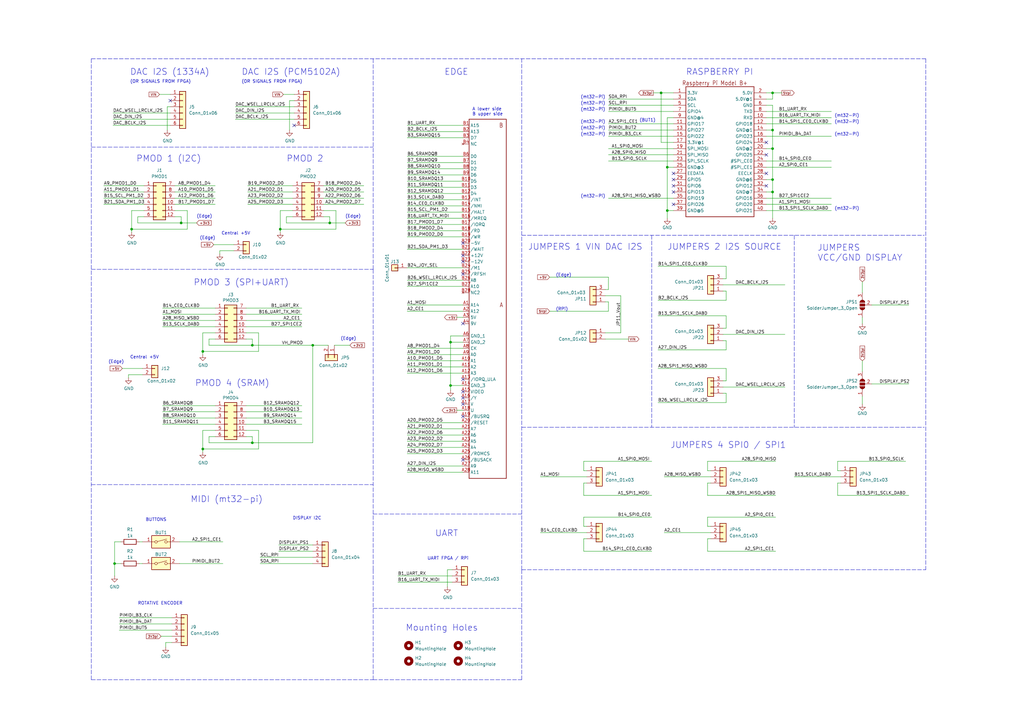
<source format=kicad_sch>
(kicad_sch (version 20211123) (generator eeschema)
  (paper "A3")
  (title_block (title "MIDI I2S SBC Pmod Edge Interface") (date "2022-02-12") (rev "${VERSION}") (company "Hard Team Deca") (comment 2 "2022 Somhic <@somhic at telegram>") (comment 3 "License: CC-BY-SA v4.0"))
  (junction (at 184.785 158.115))
  (junction (at 273.685 86.36))
  (junction (at 316.865 60.96))
  (junction (at 83.185 144.145))
  (junction (at 316.865 78.74))
  (junction (at 316.865 53.34))
  (junction (at 273.685 68.58))
  (junction (at 271.145 38.1))
  (junction (at 46.99 231.14))
  (junction (at 184.785 140.335))
  (junction (at 103.505 181.61))
  (junction (at 114.935 93.98))
  (junction (at 83.185 184.15))
  (junction (at 103.505 141.605))
  (junction (at 74.295 91.44))
  (junction (at 128.27 141.605))
  (junction (at 316.865 38.1))
  (junction (at 53.975 93.98))
  (junction (at 135.255 91.44))
  (junction (at 316.865 73.66))
  (no_connect (at 276.225 76.2))
  (no_connect (at 69.85 41.275))
  (no_connect (at 276.225 73.66))
  (no_connect (at 314.325 58.42))
  (no_connect (at 314.325 76.2))
  (no_connect (at 276.225 83.82))
  (no_connect (at 276.225 71.12))
  (no_connect (at 189.865 188.595))
  (no_connect (at 189.865 163.195))
  (no_connect (at 189.865 165.735))
  (no_connect (at 189.865 170.815))
  (no_connect (at 189.865 155.575))
  (no_connect (at 189.865 160.655))
  (no_connect (at 189.865 99.695))
  (no_connect (at 189.865 104.775))
  (no_connect (at 189.865 107.315))
  (no_connect (at 189.865 112.395))
  (no_connect (at 120.65 51.435))
  (no_connect (at 189.865 132.715))
  (no_connect (at 314.325 71.12))
  (no_connect (at 314.325 63.5))
  (no_connect (at 276.225 78.74))
  (wire (pts (xy 74.295 91.44) (xy 74.295 88.9)))
  (wire (pts (xy 249.555 40.64) (xy 276.225 40.64)))
  (wire (pts (xy 118.745 53.34) (xy 118.745 41.275)))
  (wire (pts (xy 314.325 60.96) (xy 316.865 60.96)))
  (wire (pts (xy 53.975 93.98) (xy 76.835 93.98)))
  (wire (pts (xy 314.325 53.34) (xy 316.865 53.34)))
  (wire (pts (xy 239.395 193.04) (xy 239.395 189.23)))
  (wire (pts (xy 167.005 79.375) (xy 189.865 79.375)))
  (wire (pts (xy 167.005 89.535) (xy 189.865 89.535)))
  (wire (pts (xy 272.415 218.44) (xy 291.465 218.44)))
  (wire (pts (xy 167.005 142.875) (xy 189.865 142.875)))
  (wire (pts (xy 167.005 180.975) (xy 189.865 180.975)))
  (wire (pts (xy 290.195 198.12) (xy 290.195 203.2)))
  (wire (pts (xy 117.475 88.9) (xy 117.475 91.44)))
  (wire (pts (xy 314.325 86.36) (xy 340.995 86.36)))
  (wire (pts (xy 163.195 236.22) (xy 185.42 236.22)))
  (wire (pts (xy 273.685 48.26) (xy 276.225 48.26)))
  (wire (pts (xy 239.395 215.9) (xy 239.395 212.09)))
  (wire (pts (xy 249.555 43.18) (xy 276.225 43.18)))
  (wire (pts (xy 135.255 91.44) (xy 141.605 91.44)))
  (wire (pts (xy 88.265 81.28) (xy 71.755 81.28)))
  (wire (pts (xy 167.005 66.675) (xy 189.865 66.675)))
  (wire (pts (xy 167.005 193.675) (xy 189.865 193.675)))
  (wire (pts (xy 117.475 88.9) (xy 120.015 88.9)))
  (polyline (pts (xy 153.035 233.68) (xy 153.035 153.67)))
  (wire (pts (xy 184.785 137.795) (xy 189.865 137.795)))
  (wire (pts (xy 66.675 168.91) (xy 88.265 168.91)))
  (wire (pts (xy 249.555 45.72) (xy 276.225 45.72)))
  (wire (pts (xy 297.815 139.7) (xy 297.815 143.51)))
  (wire (pts (xy 106.045 176.53) (xy 100.965 176.53)))
  (wire (pts (xy 314.325 83.82) (xy 340.995 83.82)))
  (wire (pts (xy 88.265 83.82) (xy 71.755 83.82)))
  (wire (pts (xy 46.355 46.355) (xy 69.85 46.355)))
  (wire (pts (xy 85.725 139.065) (xy 85.725 141.605)))
  (wire (pts (xy 271.145 58.42) (xy 271.145 38.1)))
  (wire (pts (xy 167.005 53.975) (xy 189.865 53.975)))
  (wire (pts (xy 106.68 228.6) (xy 128.27 228.6)))
  (wire (pts (xy 83.185 176.53) (xy 83.185 184.15)))
  (wire (pts (xy 100.965 131.445) (xy 123.825 131.445)))
  (wire (pts (xy 114.3 226.06) (xy 128.27 226.06)))
  (wire (pts (xy 316.865 60.96) (xy 316.865 53.34)))
  (wire (pts (xy 167.005 117.475) (xy 189.865 117.475)))
  (wire (pts (xy 65.405 38.735) (xy 69.85 38.735)))
  (wire (pts (xy 76.835 93.98) (xy 76.835 86.36)))
  (wire (pts (xy 59.055 78.74) (xy 42.545 78.74)))
  (wire (pts (xy 74.295 91.44) (xy 80.645 91.44)))
  (wire (pts (xy 66.675 166.37) (xy 88.265 166.37)))
  (wire (pts (xy 297.815 114.3) (xy 296.545 114.3)))
  (wire (pts (xy 297.815 119.38) (xy 297.815 123.19)))
  (wire (pts (xy 297.815 109.22) (xy 269.875 109.22)))
  (polyline (pts (xy 37.465 24.13) (xy 37.465 233.68)))
  (wire (pts (xy 316.865 73.66) (xy 316.865 60.96)))
  (wire (pts (xy 117.475 91.44) (xy 135.255 91.44)))
  (wire (pts (xy 167.005 69.215) (xy 189.865 69.215)))
  (polyline (pts (xy 37.465 110.49) (xy 153.035 110.49)))
  (wire (pts (xy 167.005 86.995) (xy 189.865 86.995)))
  (wire (pts (xy 149.225 81.28) (xy 132.715 81.28)))
  (wire (pts (xy 106.68 231.14) (xy 128.27 231.14)))
  (wire (pts (xy 290.195 203.2) (xy 318.135 203.2)))
  (wire (pts (xy 52.705 153.67) (xy 58.42 153.67)))
  (wire (pts (xy 56.515 88.9) (xy 56.515 91.44)))
  (wire (pts (xy 249.555 113.665) (xy 225.425 113.665)))
  (wire (pts (xy 273.685 68.58) (xy 273.685 48.26)))
  (wire (pts (xy 167.005 183.515) (xy 189.865 183.515)))
  (wire (pts (xy 239.395 198.12) (xy 240.665 198.12)))
  (polyline (pts (xy 153.035 110.49) (xy 153.035 63.5)))
  (wire (pts (xy 85.725 139.065) (xy 88.265 139.065)))
  (wire (pts (xy 103.505 179.07) (xy 100.965 179.07)))
  (wire (pts (xy 239.395 212.09) (xy 267.335 212.09)))
  (wire (pts (xy 314.325 38.1) (xy 316.865 38.1)))
  (wire (pts (xy 106.045 136.525) (xy 100.965 136.525)))
  (wire (pts (xy 314.325 48.26) (xy 340.995 48.26)))
  (wire (pts (xy 297.815 156.21) (xy 297.815 151.13)))
  (wire (pts (xy 128.27 181.61) (xy 128.27 141.605)))
  (wire (pts (xy 353.695 130.175) (xy 353.695 132.715)))
  (wire (pts (xy 254.635 121.285) (xy 248.285 121.285)))
  (wire (pts (xy 353.695 152.4) (xy 353.695 147.955)))
  (wire (pts (xy 46.99 231.14) (xy 49.53 231.14)))
  (wire (pts (xy 167.005 178.435) (xy 189.865 178.435)))
  (wire (pts (xy 297.815 143.51) (xy 269.875 143.51)))
  (wire (pts (xy 267.97 38.1) (xy 271.145 38.1)))
  (wire (pts (xy 85.725 179.07) (xy 88.265 179.07)))
  (wire (pts (xy 357.505 125.095) (xy 372.745 125.095)))
  (wire (pts (xy 239.395 189.23) (xy 267.335 189.23)))
  (wire (pts (xy 149.225 78.74) (xy 132.715 78.74)))
  (wire (pts (xy 343.535 189.23) (xy 371.475 189.23)))
  (wire (pts (xy 53.975 86.36) (xy 53.975 93.98)))
  (wire (pts (xy 167.005 74.295) (xy 189.865 74.295)))
  (wire (pts (xy 106.045 144.145) (xy 106.045 136.525)))
  (wire (pts (xy 297.815 161.29) (xy 296.545 161.29)))
  (wire (pts (xy 272.415 195.58) (xy 291.465 195.58)))
  (wire (pts (xy 163.195 238.76) (xy 185.42 238.76)))
  (wire (pts (xy 249.555 55.88) (xy 276.225 55.88)))
  (wire (pts (xy 114.3 223.52) (xy 128.27 223.52)))
  (wire (pts (xy 50.165 151.13) (xy 58.42 151.13)))
  (wire (pts (xy 46.99 222.25) (xy 49.53 222.25)))
  (wire (pts (xy 66.675 126.365) (xy 88.265 126.365)))
  (wire (pts (xy 128.27 141.605) (xy 134.62 141.605)))
  (wire (pts (xy 100.965 171.45) (xy 123.825 171.45)))
  (wire (pts (xy 239.395 226.06) (xy 267.335 226.06)))
  (wire (pts (xy 254.635 136.525) (xy 254.635 121.285)))
  (wire (pts (xy 59.055 76.2) (xy 42.545 76.2)))
  (wire (pts (xy 48.895 255.905) (xy 70.485 255.905)))
  (wire (pts (xy 167.005 150.495) (xy 189.865 150.495)))
  (wire (pts (xy 66.675 173.99) (xy 88.265 173.99)))
  (wire (pts (xy 66.675 171.45) (xy 88.265 171.45)))
  (wire (pts (xy 167.005 92.075) (xy 189.865 92.075)))
  (wire (pts (xy 100.965 166.37) (xy 123.825 166.37)))
  (wire (pts (xy 67.945 265.43) (xy 67.945 263.525)))
  (wire (pts (xy 187.325 168.275) (xy 189.865 168.275)))
  (wire (pts (xy 167.005 175.895) (xy 189.865 175.895)))
  (wire (pts (xy 297.815 134.62) (xy 296.545 134.62)))
  (wire (pts (xy 48.895 258.445) (xy 70.485 258.445)))
  (wire (pts (xy 167.005 97.155) (xy 189.865 97.155)))
  (wire (pts (xy 314.325 81.28) (xy 340.995 81.28)))
  (wire (pts (xy 187.325 130.175) (xy 189.865 130.175)))
  (wire (pts (xy 297.815 134.62) (xy 297.815 129.54)))
  (wire (pts (xy 59.055 86.36) (xy 53.975 86.36)))
  (wire (pts (xy 257.81 139.065) (xy 248.285 139.065)))
  (wire (pts (xy 66.675 128.905) (xy 88.265 128.905)))
  (wire (pts (xy 297.815 114.3) (xy 297.815 109.22)))
  (wire (pts (xy 120.015 86.36) (xy 114.935 86.36)))
  (polyline (pts (xy 37.465 24.13) (xy 379.73 24.13)))
  (polyline (pts (xy 213.995 175.26) (xy 379.095 175.26)))
  (wire (pts (xy 167.005 191.135) (xy 189.865 191.135)))
  (wire (pts (xy 167.005 186.055) (xy 189.865 186.055)))
  (wire (pts (xy 73.66 231.14) (xy 91.44 231.14)))
  (wire (pts (xy 101.6 83.82) (xy 120.015 83.82)))
  (wire (pts (xy 314.325 40.64) (xy 316.865 40.64)))
  (wire (pts (xy 239.395 220.98) (xy 239.395 226.06)))
  (wire (pts (xy 249.555 50.8) (xy 276.225 50.8)))
  (wire (pts (xy 85.725 179.07) (xy 85.725 181.61)))
  (wire (pts (xy 184.785 158.115) (xy 189.865 158.115)))
  (wire (pts (xy 249.555 118.745) (xy 249.555 113.665)))
  (wire (pts (xy 353.695 162.56) (xy 353.695 165.735)))
  (wire (pts (xy 353.695 120.015) (xy 353.695 115.57)))
  (wire (pts (xy 167.005 127.635) (xy 189.865 127.635)))
  (polyline (pts (xy 153.035 24.13) (xy 153.035 63.5)))
  (wire (pts (xy 167.005 64.135) (xy 189.865 64.135)))
  (wire (pts (xy 357.505 157.48) (xy 372.745 157.48)))
  (wire (pts (xy 87.63 100.33) (xy 95.885 100.33)))
  (wire (pts (xy 69.85 43.815) (xy 68.58 43.815)))
  (wire (pts (xy 118.745 41.275) (xy 120.65 41.275)))
  (wire (pts (xy 296.545 116.84) (xy 321.945 116.84)))
  (polyline (pts (xy 213.995 233.68) (xy 213.995 24.13)))
  (wire (pts (xy 116.205 38.735) (xy 120.65 38.735)))
  (wire (pts (xy 90.17 102.87) (xy 95.885 102.87)))
  (wire (pts (xy 296.545 158.75) (xy 321.945 158.75)))
  (wire (pts (xy 249.555 66.04) (xy 276.225 66.04)))
  (wire (pts (xy 316.865 38.1) (xy 320.675 38.1)))
  (wire (pts (xy 343.535 198.12) (xy 344.805 198.12)))
  (wire (pts (xy 316.865 78.74) (xy 316.865 73.66)))
  (polyline (pts (xy 37.465 198.755) (xy 153.035 198.755)))
  (wire (pts (xy 48.895 253.365) (xy 70.485 253.365)))
  (wire (pts (xy 249.555 123.825) (xy 248.285 123.825)))
  (wire (pts (xy 149.225 76.2) (xy 132.715 76.2)))
  (wire (pts (xy 100.965 173.99) (xy 123.825 173.99)))
  (wire (pts (xy 314.325 73.66) (xy 316.865 73.66)))
  (wire (pts (xy 167.005 51.435) (xy 189.865 51.435)))
  (wire (pts (xy 183.515 233.68) (xy 185.42 233.68)))
  (wire (pts (xy 290.195 215.9) (xy 290.195 212.09)))
  (wire (pts (xy 167.005 102.235) (xy 189.865 102.235)))
  (wire (pts (xy 56.515 88.9) (xy 59.055 88.9)))
  (polyline (pts (xy 153.035 278.765) (xy 213.995 278.765)))
  (wire (pts (xy 83.185 185.42) (xy 83.185 184.15)))
  (wire (pts (xy 290.195 220.98) (xy 291.465 220.98)))
  (wire (pts (xy 58.42 222.25) (xy 57.15 222.25)))
  (wire (pts (xy 135.255 91.44) (xy 135.255 88.9)))
  (wire (pts (xy 290.195 215.9) (xy 291.465 215.9)))
  (wire (pts (xy 83.185 184.15) (xy 106.045 184.15)))
  (wire (pts (xy 114.935 86.36) (xy 114.935 93.98)))
  (wire (pts (xy 290.195 198.12) (xy 291.465 198.12)))
  (wire (pts (xy 56.515 91.44) (xy 74.295 91.44)))
  (wire (pts (xy 46.355 51.435) (xy 69.85 51.435)))
  (wire (pts (xy 149.225 83.82) (xy 132.715 83.82)))
  (wire (pts (xy 239.395 215.9) (xy 240.665 215.9)))
  (wire (pts (xy 290.195 226.06) (xy 318.135 226.06)))
  (wire (pts (xy 100.965 133.985) (xy 123.825 133.985)))
  (wire (pts (xy 85.725 141.605) (xy 103.505 141.605)))
  (wire (pts (xy 314.325 66.04) (xy 340.995 66.04)))
  (wire (pts (xy 167.005 76.835) (xy 189.865 76.835)))
  (wire (pts (xy 249.555 127.635) (xy 225.425 127.635)))
  (polyline (pts (xy 37.465 278.765) (xy 37.465 233.68)))
  (wire (pts (xy 83.185 145.415) (xy 83.185 144.145)))
  (wire (pts (xy 88.265 78.74) (xy 71.755 78.74)))
  (wire (pts (xy 343.535 193.04) (xy 343.535 189.23)))
  (polyline (pts (xy 213.995 233.68) (xy 379.73 233.68)))
  (wire (pts (xy 343.535 193.04) (xy 344.805 193.04)))
  (wire (pts (xy 59.055 81.28) (xy 42.545 81.28)))
  (wire (pts (xy 297.815 129.54) (xy 269.875 129.54)))
  (wire (pts (xy 184.785 137.795) (xy 184.785 140.335)))
  (wire (pts (xy 167.005 84.455) (xy 189.865 84.455)))
  (polyline (pts (xy 153.035 110.49) (xy 153.035 153.67)))
  (wire (pts (xy 167.005 81.915) (xy 189.865 81.915)))
  (wire (pts (xy 88.265 76.2) (xy 71.755 76.2)))
  (wire (pts (xy 67.945 263.525) (xy 70.485 263.525)))
  (polyline (pts (xy 267.335 96.52) (xy 267.335 175.26)))
  (wire (pts (xy 249.555 81.28) (xy 276.225 81.28)))
  (wire (pts (xy 59.055 83.82) (xy 42.545 83.82)))
  (wire (pts (xy 316.865 40.64) (xy 316.865 38.1)))
  (wire (pts (xy 314.325 50.8) (xy 340.995 50.8)))
  (wire (pts (xy 137.795 93.98) (xy 137.795 86.36)))
  (wire (pts (xy 167.005 173.355) (xy 189.865 173.355)))
  (wire (pts (xy 314.325 45.72) (xy 340.995 45.72)))
  (wire (pts (xy 276.225 86.36) (xy 273.685 86.36)))
  (polyline (pts (xy 153.035 278.765) (xy 153.035 233.68)))
  (wire (pts (xy 273.685 86.36) (xy 273.685 68.58)))
  (wire (pts (xy 58.42 231.14) (xy 57.15 231.14)))
  (wire (pts (xy 167.005 153.035) (xy 189.865 153.035)))
  (polyline (pts (xy 153.035 249.555) (xy 213.995 249.555)))
  (wire (pts (xy 249.555 118.745) (xy 248.285 118.745)))
  (wire (pts (xy 297.815 165.1) (xy 269.875 165.1)))
  (wire (pts (xy 53.975 95.25) (xy 53.975 93.98)))
  (wire (pts (xy 167.005 56.515) (xy 189.865 56.515)))
  (wire (pts (xy 343.535 203.2) (xy 372.745 203.2)))
  (wire (pts (xy 239.395 203.2) (xy 267.335 203.2)))
  (wire (pts (xy 46.99 236.22) (xy 46.99 231.14)))
  (wire (pts (xy 276.225 68.58) (xy 273.685 68.58)))
  (polyline (pts (xy 379.73 24.13) (xy 379.73 233.68)))
  (polyline (pts (xy 213.995 96.52) (xy 379.095 96.52)))
  (wire (pts (xy 290.195 220.98) (xy 290.195 226.06)))
  (wire (pts (xy 325.755 195.58) (xy 344.805 195.58)))
  (wire (pts (xy 101.6 81.28) (xy 120.015 81.28)))
  (wire (pts (xy 316.865 53.34) (xy 316.865 43.18)))
  (wire (pts (xy 249.555 53.34) (xy 276.225 53.34)))
  (wire (pts (xy 137.16 141.605) (xy 143.51 141.605)))
  (wire (pts (xy 106.045 184.15) (xy 106.045 176.53)))
  (wire (pts (xy 290.195 193.04) (xy 291.465 193.04)))
  (wire (pts (xy 290.195 193.04) (xy 290.195 189.23)))
  (wire (pts (xy 296.545 137.16) (xy 321.945 137.16)))
  (polyline (pts (xy 213.995 233.68) (xy 213.995 278.765)))
  (wire (pts (xy 132.715 86.36) (xy 137.795 86.36)))
  (wire (pts (xy 316.865 89.535) (xy 316.865 78.74)))
  (wire (pts (xy 248.285 136.525) (xy 254.635 136.525)))
  (wire (pts (xy 184.785 140.335) (xy 184.785 158.115)))
  (wire (pts (xy 167.005 147.955) (xy 189.865 147.955)))
  (polyline (pts (xy 153.035 210.82) (xy 213.995 210.82)))
  (wire (pts (xy 221.615 218.44) (xy 240.665 218.44)))
  (wire (pts (xy 66.675 133.985) (xy 88.265 133.985)))
  (wire (pts (xy 88.265 176.53) (xy 83.185 176.53)))
  (wire (pts (xy 167.005 94.615) (xy 189.865 94.615)))
  (wire (pts (xy 183.515 240.665) (xy 183.515 233.68)))
  (wire (pts (xy 90.17 104.14) (xy 90.17 102.87)))
  (wire (pts (xy 52.705 154.94) (xy 52.705 153.67)))
  (wire (pts (xy 184.785 158.115) (xy 184.785 160.02)))
  (polyline (pts (xy 37.465 278.765) (xy 153.035 278.765)))
  (wire (pts (xy 249.555 60.96) (xy 276.225 60.96)))
  (wire (pts (xy 46.355 48.895) (xy 69.85 48.895)))
  (wire (pts (xy 290.195 212.09) (xy 318.135 212.09)))
  (wire (pts (xy 297.815 139.7) (xy 296.545 139.7)))
  (wire (pts (xy 167.005 109.855) (xy 189.865 109.855)))
  (wire (pts (xy 101.6 76.2) (xy 120.015 76.2)))
  (wire (pts (xy 114.935 93.98) (xy 114.935 95.25)))
  (wire (pts (xy 101.6 78.74) (xy 120.015 78.74)))
  (wire (pts (xy 114.935 93.98) (xy 137.795 93.98)))
  (wire (pts (xy 74.295 88.9) (xy 71.755 88.9)))
  (polyline (pts (xy 325.755 96.52) (xy 325.755 175.26)))
  (wire (pts (xy 271.145 38.1) (xy 276.225 38.1)))
  (wire (pts (xy 297.815 123.19) (xy 269.875 123.19)))
  (wire (pts (xy 271.145 58.42) (xy 276.225 58.42)))
  (wire (pts (xy 239.395 220.98) (xy 240.665 220.98)))
  (wire (pts (xy 167.005 125.095) (xy 189.865 125.095)))
  (wire (pts (xy 103.505 181.61) (xy 103.505 179.07)))
  (wire (pts (xy 88.265 136.525) (xy 83.185 136.525)))
  (wire (pts (xy 290.195 189.23) (xy 318.135 189.23)))
  (wire (pts (xy 103.505 139.065) (xy 100.965 139.065)))
  (wire (pts (xy 100.965 168.91) (xy 123.825 168.91)))
  (wire (pts (xy 73.66 222.25) (xy 91.44 222.25)))
  (wire (pts (xy 96.52 48.895) (xy 120.65 48.895)))
  (wire (pts (xy 249.555 123.825) (xy 249.555 127.635)))
  (wire (pts (xy 314.325 78.74) (xy 316.865 78.74)))
  (wire (pts (xy 297.815 151.13) (xy 269.875 151.13)))
  (wire (pts (xy 273.685 89.535) (xy 273.685 86.36)))
  (wire (pts (xy 167.005 114.935) (xy 189.865 114.935)))
  (wire (pts (xy 103.505 141.605) (xy 103.505 139.065)))
  (wire (pts (xy 96.52 43.815) (xy 120.65 43.815)))
  (wire (pts (xy 66.675 131.445) (xy 88.265 131.445)))
  (wire (pts (xy 68.58 43.815) (xy 68.58 53.34)))
  (wire (pts (xy 184.785 140.335) (xy 189.865 140.335)))
  (wire (pts (xy 103.505 181.61) (xy 128.27 181.61)))
  (wire (pts (xy 314.325 68.58) (xy 340.995 68.58)))
  (wire (pts (xy 85.725 181.61) (xy 103.505 181.61)))
  (wire (pts (xy 297.815 161.29) (xy 297.815 165.1)))
  (wire (pts (xy 71.755 86.36) (xy 76.835 86.36)))
  (wire (pts (xy 46.99 231.14) (xy 46.99 222.25)))
  (wire (pts (xy 239.395 193.04) (xy 240.665 193.04)))
  (wire (pts (xy 96.52 46.355) (xy 120.65 46.355)))
  (wire (pts (xy 135.255 88.9) (xy 132.715 88.9)))
  (wire (pts (xy 103.505 141.605) (xy 128.27 141.605)))
  (wire (pts (xy 314.325 43.18) (xy 316.865 43.18)))
  (wire (pts (xy 239.395 198.12) (xy 239.395 203.2)))
  (wire (pts (xy 83.185 136.525) (xy 83.185 144.145)))
  (wire (pts (xy 100.965 126.365) (xy 123.825 126.365)))
  (wire (pts (xy 249.555 63.5) (xy 276.225 63.5)))
  (wire (pts (xy 66.04 260.985) (xy 70.485 260.985)))
  (wire (pts (xy 297.815 156.21) (xy 296.545 156.21)))
  (wire (pts (xy 167.005 71.755) (xy 189.865 71.755)))
  (wire (pts (xy 100.965 128.905) (xy 123.825 128.905)))
  (wire (pts (xy 83.185 144.145) (xy 106.045 144.145)))
  (wire (pts (xy 343.535 198.12) (xy 343.535 203.2)))
  (wire (pts (xy 297.815 119.38) (xy 296.545 119.38)))
  (polyline (pts (xy 37.465 60.325) (xy 153.035 60.325)))
  (wire (pts (xy 314.325 55.88) (xy 340.995 55.88)))
  (wire (pts (xy 221.615 195.58) (xy 240.665 195.58)))
  (wire (pts (xy 167.005 145.415) (xy 189.865 145.415)))
  (text "JUMPERS 1 VIN DAC I2S" (at 216.535 102.87 0) (effects (font (size 2.54 2.54)) (justify left bottom)))
  (text "(mt32-Pi)" (at 238.125 81.28 0) (effects (font (size 1.27 1.27)) (justify left bottom)))
  (text "JUMPERS\nVCC/GND DISPLAY" (at 335.28 107.315 0) (effects (font (size 2.54 2.54)) (justify left bottom)))
  (text "PMOD 4 (SRAM)" (at 80.01 158.75 0) (effects (font (size 2.54 2.54)) (justify left bottom)))
  (text "Central +5V" (at 53.34 147.32 0) (effects (font (size 1.27 1.27)) (justify left bottom)))
  (text "JUMPERS 4 SPI0 / SPI1" (at 274.955 184.15 0) (effects (font (size 2.54 2.54)) (justify left bottom)))
  (text "JUMPERS 2 I2S SOURCE" (at 273.685 102.87 0) (effects (font (size 2.54 2.54)) (justify left bottom)))
  (text "(OR SIGNALS FROM FPGA)" (at 99.06 34.29 0) (effects (font (size 1.27 1.27)) (justify left bottom)))
  (text "PMOD 3 (SPI+UART)" (at 79.375 117.475 0) (effects (font (size 2.54 2.54)) (justify left bottom)))
  (text "PMOD 1 (I2C)" (at 55.88 66.675 0) (effects (font (size 2.54 2.54)) (justify left bottom)))
  (text "Mounting Holes" (at 166.37 259.08 0) (effects (font (size 2.54 2.54)) (justify left bottom)))
  (text "UART FPGA / RPi" (at 175.26 229.87 0) (effects (font (size 1.27 1.27)) (justify left bottom)))
  (text "DISPLAY I2C" (at 120.015 213.36 0) (effects (font (size 1.27 1.27)) (justify left bottom)))
  (text "EDGE" (at 182.245 31.115 0) (effects (font (size 2.54 2.54)) (justify left bottom)))
  (text "(Edge)" (at 44.45 149.225 0) (effects (font (size 1.27 1.27)) (justify left bottom)))
  (text "(BUT1)" (at 262.255 50.165 0) (effects (font (size 1.27 1.27)) (justify left bottom)))
  (text "(mt32-Pi)" (at 342.265 48.26 0) (effects (font (size 1.27 1.27)) (justify left bottom)))
  (text "RASPBERRY PI" (at 281.305 31.115 0) (effects (font (size 2.54 2.54)) (justify left bottom)))
  (text "UART" (at 178.435 220.345 0) (effects (font (size 2.54 2.54)) (justify left bottom)))
  (text "(mt32-Pi)" (at 238.125 45.72 0) (effects (font (size 1.27 1.27)) (justify left bottom)))
  (text "(mt32-Pi)" (at 238.125 55.88 0) (effects (font (size 1.27 1.27)) (justify left bottom)))
  (text "MIDI (mt32-pi)" (at 78.105 206.375 0) (effects (font (size 2.54 2.54)) (justify left bottom)))
  (text "Central +5V" (at 90.805 96.52 0) (effects (font (size 1.27 1.27)) (justify left bottom)))
  (text "(mt32-Pi)" (at 238.125 43.18 0) (effects (font (size 1.27 1.27)) (justify left bottom)))
  (text "ROTATIVE ENCODER" (at 56.515 248.285 0) (effects (font (size 1.27 1.27)) (justify left bottom)))
  (text "BUTTONS" (at 59.69 213.995 0) (effects (font (size 1.27 1.27)) (justify left bottom)))
  (text "(mt32-Pi)" (at 342.265 55.88 0) (effects (font (size 1.27 1.27)) (justify left bottom)))
  (text "(Edge)" (at 141.605 89.535 0) (effects (font (size 1.27 1.27)) (justify left bottom)))
  (text "(mt32-Pi)" (at 342.265 86.36 0) (effects (font (size 1.27 1.27)) (justify left bottom)))
  (text "(Edge)" (at 227.965 113.665 0) (effects (font (size 1.27 1.27)) (justify left bottom)))
  (text "(RPi)" (at 227.965 127.635 0) (effects (font (size 1.27 1.27)) (justify left bottom)))
  (text "PMOD 2" (at 117.475 66.675 0) (effects (font (size 2.54 2.54)) (justify left bottom)))
  (text "(Edge)" (at 139.7 139.7 0) (effects (font (size 1.27 1.27)) (justify left bottom)))
  (text "(OR SIGNALS FROM FPGA)" (at 53.34 34.29 0) (effects (font (size 1.27 1.27)) (justify left bottom)))
  (text "(mt32-Pi)" (at 238.125 40.64 0) (effects (font (size 1.27 1.27)) (justify left bottom)))
  (text "DAC I2S (1334A)" (at 53.34 31.115 0) (effects (font (size 2.54 2.54)) (justify left bottom)))
  (text "(mt32-Pi)" (at 342.265 50.8 0) (effects (font (size 1.27 1.27)) (justify left bottom)))
  (text "(Edge)" (at 81.915 98.425 0) (effects (font (size 1.27 1.27)) (justify left bottom)))
  (text "A lower side\nB upper side" (at 193.675 47.625 0) (effects (font (size 1.27 1.27)) (justify left bottom)))
  (text "DAC I2S (PCM5102A)" (at 99.06 31.115 0) (effects (font (size 2.54 2.54)) (justify left bottom)))
  (text "(mt32-Pi)" (at 238.125 50.8 0) (effects (font (size 1.27 1.27)) (justify left bottom)))
  (text "(Edge)" (at 80.645 89.535 0) (effects (font (size 1.27 1.27)) (justify left bottom)))
  (text "(mt32-Pi)" (at 238.125 53.34 0) (effects (font (size 1.27 1.27)) (justify left bottom)))
  (label "DISPLAY_PS1" (at 360.68 125.095 0))
  (label "A28_SPI0_MISO" (at 250.825 63.5 0) (effects (font (size 1.2446 1.2446))))
  (label "B13_SCLK_DABD" (at 325.755 195.58 0) (effects (font (size 1.2446 1.2446))))
  (label "B13_SPI1_SCLK_DABD" (at 269.875 129.54 0) (effects (font (size 1.2446 1.2446))))
  (label "A2_SPI1_CE1" (at 78.74 222.25 0) (effects (font (size 1.2446 1.2446))))
  (label "B13_SPI0_SCLK" (at 250.825 66.04 0) (effects (font (size 1.2446 1.2446))))
  (label "A28_SPI1_MISO_WSBD" (at 297.815 203.2 0) (effects (font (size 1.2446 1.2446))))
  (label "B15_SCL_PM1_D2" (at 42.545 81.28 0) (effects (font (size 1.2446 1.2446))))
  (label "B14_SPI1_CE0_CLKBD" (at 247.015 226.06 0) (effects (font (size 1.2446 1.2446))))
  (label "B27_SPI1CE2" (at 319.405 81.28 0) (effects (font (size 1.2446 1.2446))))
  (label "B17_PMOD1_D7" (at 73.025 83.82 0))
  (label "A1_MOSI" (at 167.005 125.095 0) (effects (font (size 1.2446 1.2446))))
  (label "B1_UART_RX" (at 111.125 126.365 0) (effects (font (size 1.2446 1.2446))))
  (label "B2_BCLK_I2S" (at 269.875 123.19 0))
  (label "SCL_RPI" (at 249.555 43.18 0) (effects (font (size 1.2446 1.2446))))
  (label "B1_UART_RX" (at 167.005 51.435 0) (effects (font (size 1.2446 1.2446))))
  (label "A24_PMOD2_D7" (at 167.005 183.515 0))
  (label "A2_SPI0_CE1" (at 305.435 212.09 0) (effects (font (size 1.2446 1.2446))))
  (label "A27_DIN_I2S" (at 269.875 143.51 0))
  (label "B13_SCLK_DABD" (at 66.675 133.985 0) (effects (font (size 1.2446 1.2446))))
  (label "A9_PMOD1_D0" (at 42.545 76.2 0))
  (label "B13_SCLK_DABD" (at 167.005 81.915 0) (effects (font (size 1.2446 1.2446))))
  (label "A25_PMOD2_D3" (at 167.005 186.055 0))
  (label "B9_SRAMDQ14" (at 107.95 171.45 0))
  (label "A1_SPI1_MOSI" (at 319.405 83.82 0) (effects (font (size 1.2446 1.2446))))
  (label "B26_WSEL_LRCLK_I2S" (at 269.875 165.1 0))
  (label "A28_SPI1_MISO_WSBD" (at 250.825 81.28 0) (effects (font (size 1.2446 1.2446))))
  (label "B7_SRAMDQ9" (at 66.675 168.91 0))
  (label "A12_PMOD1_D6" (at 73.025 81.28 0))
  (label "A27_DIN_I2S" (at 167.005 191.135 0))
  (label "A11_PMOD1_D1" (at 167.005 150.495 0))
  (label "DAC_BCLK_I2S" (at 96.52 48.895 0))
  (label "DAC_DIN_I2S" (at 301.625 137.16 0))
  (label "B13_SPI0_SCLK" (at 356.235 189.23 0) (effects (font (size 1.2446 1.2446))))
  (label "A1_MOSI" (at 221.615 195.58 0) (effects (font (size 1.2446 1.2446))))
  (label "DAC_BCLK_I2S" (at 46.355 51.435 0))
  (label "B13_SPI1_SCLK_DABD" (at 319.405 86.36 0) (effects (font (size 1.2446 1.2446))))
  (label "A23_PMOD2_D2" (at 101.6 81.28 0))
  (label "A22_PMOD2_D6" (at 167.005 178.435 0))
  (label "PIMIDI_BUT2" (at 249.555 53.34 0) (effects (font (size 1.2446 1.2446))))
  (label "B21_SDA_PM1_D3" (at 167.005 102.235 0))
  (label "B7_SRAMDQ9" (at 167.005 66.675 0))
  (label "A11_PMOD1_D1" (at 42.545 78.74 0))
  (label "B26_WSEL_LRCLK_I2S" (at 167.005 114.935 0))
  (label "B14_SPI1_CE0_CLKBD" (at 319.405 50.8 0) (effects (font (size 1.2446 1.2446))))
  (label "B16_UART_TX_MIDI" (at 319.405 48.26 0) (effects (font (size 1.2446 1.2446))))
  (label "B8_SRAMDQ10" (at 66.675 171.45 0))
  (label "B14_SPI0_CE0" (at 253.365 212.09 0) (effects (font (size 1.2446 1.2446))))
  (label "PIMIDI_B3_CLK" (at 48.895 253.365 0) (effects (font (size 1.2446 1.2446))))
  (label "B14_CE0_CLKBD" (at 167.005 84.455 0) (effects (font (size 1.2446 1.2446))))
  (label "B8_SRAMDQ10" (at 167.005 69.215 0))
  (label "B3_SRAMDQ15" (at 167.005 56.515 0))
  (label "A28_SPI0_MISO" (at 304.165 189.23 0) (effects (font (size 1.2446 1.2446))))
  (label "B2_BCLK_I2S" (at 167.005 53.975 0))
  (label "SDA_RPI" (at 106.68 231.14 0) (effects (font (size 1.2446 1.2446))))
  (label "DAC_WSEL_LRCLK_I2S" (at 46.355 46.355 0))
  (label "A21_PMOD2_D1" (at 167.005 175.895 0))
  (label "B21_SDA_PM1_D3" (at 42.545 83.82 0))
  (label "SCL_RPI" (at 106.68 228.6 0) (effects (font (size 1.2446 1.2446))))
  (label "A8_PMOD1_D4" (at 73.025 76.2 0))
  (label "DISPLAY_PS2" (at 360.68 157.48 0))
  (label "B24_JOY_SEL" (at 167.005 109.855 0))
  (label "A20_PMOD2_D5" (at 167.005 173.355 0))
  (label "PIMIDI_BUT5" (at 249.555 45.72 0) (effects (font (size 1.2446 1.2446))))
  (label "A12_PMOD1_D6" (at 167.005 153.035 0))
  (label "B12_SRAMDQ12" (at 167.005 79.375 0))
  (label "B11_SRAMDQ11" (at 167.005 76.835 0))
  (label "A20_PMOD2_D5" (at 133.35 78.74 0))
  (label "A25_PMOD2_D3" (at 101.6 83.82 0))
  (label "B18_PMOD2_D4" (at 133.35 76.2 0))
  (label "B10_SRAMDQ13" (at 167.005 74.295 0))
  (label "A28_MISO_WSBD" (at 272.415 195.58 0) (effects (font (size 1.2446 1.2446))))
  (label "B6_SRAMDQ8" (at 167.005 64.135 0))
  (label "B9_SRAMDQ14" (at 167.005 71.755 0))
  (label "DAC_DIN_I2S" (at 96.52 46.355 0))
  (label "A2_CE1" (at 272.415 218.44 0) (effects (font (size 1.2446 1.2446))))
  (label "B19_PMOD2_D0" (at 167.005 97.155 0))
  (label "B14_CE0_CLKBD" (at 221.615 218.44 0) (effects (font (size 1.2446 1.2446))))
  (label "B11_SRAMDQ11" (at 66.675 173.99 0))
  (label "A2_CE1" (at 167.005 127.635 0) (effects (font (size 1.2446 1.2446))))
  (label "B16_UART_TX_MIDI" (at 167.005 89.535 0) (effects (font (size 1.2446 1.2446))))
  (label "A24_PMOD2_D7" (at 133.35 83.82 0))
  (label "PIMIDI_BUT2" (at 78.74 231.14 0) (effects (font (size 1.2446 1.2446))))
  (label "DAC_DIN_I2S" (at 46.355 48.895 0))
  (label "B14_SPI0_CE0" (at 319.405 66.04 0) (effects (font (size 1.2446 1.2446))))
  (label "VH_PMOD" (at 115.57 141.605 0) (effects (font (size 1.2446 1.2446))))
  (label "B1_UART_RX" (at 319.405 45.72 0) (effects (font (size 1.2446 1.2446))))
  (label "DAC_BCLK_I2S" (at 301.625 116.84 0))
  (label "PIMIDI_BUT5" (at 48.895 258.445 0) (effects (font (size 1.2446 1.2446))))
  (label "B14_CE0_CLKBD" (at 66.675 126.365 0) (effects (font (size 1.2446 1.2446))))
  (label "B17_PMOD1_D7" (at 167.005 92.075 0))
  (label "B18_PMOD2_D4" (at 167.005 94.615 0))
  (label "A8_PMOD1_D4" (at 167.005 142.875 0))
  (label "DISPLAY_PS2" (at 114.3 226.06 0))
  (label "B16_UART_TX_MIDI" (at 106.045 128.905 0) (effects (font (size 1.2446 1.2446))))
  (label "A2_CE1" (at 116.205 131.445 0) (effects (font (size 1.2446 1.2446))))
  (label "DISPLAY_PS1" (at 114.3 223.52 0))
  (label "B19_PMOD2_D0" (at 101.6 76.2 0))
  (label "A28_MISO_WSBD" (at 167.005 193.675 0) (effects (font (size 1.2446 1.2446))))
  (label "B12_SRAMDQ12" (at 107.95 166.37 0))
  (label "A2_SPI0_CE1" (at 319.405 68.58 0) (effects (font (size 1.2446 1.2446))))
  (label "B3_SRAMDQ15" (at 107.95 173.99 0))
  (label "PIMIDI_B4_DAT" (at 48.895 255.905 0) (effects (font (size 1.2446 1.2446))))
  (label "A22_PMOD2_D6" (at 133.35 81.28 0))
  (label "DAC_WSEL_LRCLK_I2S" (at 96.52 43.815 0))
  (label "B14_SPI1_CE0_CLKBD" (at 269.875 109.22 0) (effects (font (size 1.2446 1.2446))))
  (label "DAC_WSEL_LRCLK_I2S" (at 301.625 158.75 0))
  (label "A1_SPI0_MOSI" (at 253.365 189.23 0) (effects (font (size 1.2446 1.2446))))
  (label "A23_PMOD2_D2" (at 167.005 180.975 0))
  (label "A2_SPI1_CE1" (at 249.555 50.8 0) (effects (font (size 1.2446 1.2446))))
  (label "B13_SPI1_SCLK_DABD" (at 351.155 203.2 0) (effects (font (size 1.2446 1.2446))))
  (label "A1_SPI0_MOSI" (at 250.825 60.96 0) (effects (font (size 1.2446 1.2446))))
  (label "B27_SPI1CE2" (at 167.005 117.475 0))
  (label "SDA_RPI" (at 249.555 40.64 0) (effects (font (size 1.2446 1.2446))))
  (label "JP11_Vout" (at 254.635 133.985 90))
  (label "PIMIDI_B4_DAT" (at 319.405 55.88 0) (effects (font (size 1.2446 1.2446))))
  (label "A21_PMOD2_D1" (at 101.6 78.74 0))
  (label "B6_SRAMDQ8" (at 66.675 166.37 0))
  (label "A10_PMOD1_D5" (at 167.005 147.955 0))
  (label "B10_SRAMDQ13" (at 107.95 168.91 0))
  (label "A28_MISO_WSBD" (at 66.675 131.445 0) (effects (font (size 1.2446 1.2446))))
  (label "B1_UART_RX" (at 163.195 236.22 0) (effects (font (size 1.2446 1.2446))))
  (label "A1_MOSI" (at 66.675 128.905 0) (effects (font (size 1.2446 1.2446))))
  (label "A28_SPI1_MISO_WSBD" (at 269.875 151.13 0) (effects (font (size 1.2446 1.2446))))
  (label "B27_SPI1CE2" (at 111.125 133.985 0))
  (label "A2_SPI1_CE1" (at 305.435 226.06 0) (effects (font (size 1.2446 1.2446))))
  (label "PIMIDI_B3_CLK" (at 249.555 55.88 0) (effects (font (size 1.2446 1.2446))))
  (label "A10_PMOD1_D5" (at 73.025 78.74 0))
  (label "A1_SPI1_MOSI" (at 253.365 203.2 0) (effects (font (size 1.2446 1.2446))))
  (label "B16_UART_TX_MIDI" (at 163.195 238.76 0) (effects (font (size 1.2446 1.2446))))
  (label "B15_SCL_PM1_D2" (at 167.005 86.995 0))
  (label "A9_PMOD1_D0" (at 167.005 145.415 0))
  (global_label "3V3pi" (shape input) (at 353.695 115.57 90) (effects (font (size 1 1))) (property "Intersheet References" "${INTERSHEET_REFS}" (effects hide)))
  (global_label "VIN" (shape input) (at 65.405 38.735 180) (effects (font (size 1 1))) (property "Intersheet References" "${INTERSHEET_REFS}" (effects hide)))
  (global_label "VIN" (shape output) (at 257.81 139.065 0) (effects (font (size 1 1))) (property "Intersheet References" "${INTERSHEET_REFS}" (effects hide)))
  (global_label "+5V" (shape input) (at 50.165 151.13 180) (effects (font (size 1.016 1.016))) (property "Intersheet References" "${INTERSHEET_REFS}" (effects hide)))
  (global_label "+5V" (shape input) (at 225.425 113.665 180) (effects (font (size 1 1))) (property "Intersheet References" "${INTERSHEET_REFS}" (effects hide)))
  (global_label "+5V" (shape input) (at 87.63 100.33 180) (effects (font (size 1.016 1.016))) (property "Intersheet References" "${INTERSHEET_REFS}" (effects hide)))
  (global_label "+3V3" (shape input) (at 80.645 91.44 0) (effects (font (size 1.016 1.016))) (property "Intersheet References" "${INTERSHEET_REFS}" (effects hide)))
  (global_label "5Vpi" (shape input) (at 225.425 127.635 180) (effects (font (size 1 1))) (property "Intersheet References" "${INTERSHEET_REFS}" (effects hide)))
  (global_label "+3V3" (shape output) (at 187.325 168.275 180) (effects (font (size 1.016 1.016))) (property "Intersheet References" "${INTERSHEET_REFS}" (effects hide)))
  (global_label "5Vpi" (shape output) (at 320.675 38.1 0) (effects (font (size 1 1))) (property "Intersheet References" "${INTERSHEET_REFS}" (effects hide)))
  (global_label "+3V3" (shape input) (at 141.605 91.44 0) (effects (font (size 1.016 1.016))) (property "Intersheet References" "${INTERSHEET_REFS}" (effects hide)))
  (global_label "3V3pi" (shape input) (at 353.695 147.955 90) (effects (font (size 1 1))) (property "Intersheet References" "${INTERSHEET_REFS}" (effects hide)))
  (global_label "+5V" (shape output) (at 187.325 130.175 180) (effects (font (size 1.016 1.016))) (property "Intersheet References" "${INTERSHEET_REFS}" (effects hide)))
  (global_label "+3V3" (shape input) (at 143.51 141.605 0) (effects (font (size 1.016 1.016))) (property "Intersheet References" "${INTERSHEET_REFS}" (effects hide)))
  (global_label "3V3pi" (shape input) (at 66.04 260.985 180) (effects (font (size 1 1))) (property "Intersheet References" "${INTERSHEET_REFS}" (effects hide)))
  (global_label "VIN" (shape input) (at 116.205 38.735 180) (effects (font (size 1 1))) (property "Intersheet References" "${INTERSHEET_REFS}" (effects hide)))
  (global_label "3V3pi" (shape output) (at 267.97 38.1 180) (effects (font (size 1 1))) (property "Intersheet References" "${INTERSHEET_REFS}" (effects hide)))
  (symbol (lib_id "power:GND") (at 53.975 95.25 0) (unit 1)
    (property "Reference" "#PWR0110" (effects hide))
    (property "Value" "GND" (at 54.102 99.6442 0))
  )
  (symbol (lib_id "power:GND") (at 114.935 95.25 0) (unit 1)
    (property "Reference" "#PWR0112" (effects hide))
    (property "Value" "GND" (at 115.062 99.6442 0))
  )
  (symbol (lib_id "power:GND") (at 183.515 240.665 0) (unit 1)
    (property "Reference" "#PWR0101" (effects hide))
    (property "Value" "GND" (at 183.642 245.0592 0))
  )
  (symbol (lib_id "power:GND") (at 68.58 53.34 0) (unit 1)
    (property "Reference" "#PWR0102" (effects hide))
    (property "Value" "GND" (at 68.707 57.7342 0))
  )
  (symbol (lib_id "Connector_Generic:Conn_01x04") (at 133.35 226.06 0) (unit 1)
    (property "Reference" "J8" (at 135.89 226.0599 0) (effects (justify left)))
    (property "Value" "Conn_01x04" (at 135.89 228.5999 0) (effects (justify left)))
    (property "Footprint" "gomaDOSzero:I2C_DISPLAY_MULTI2" (effects hide))
  )
  (symbol (lib_id "Connector_Generic:Conn_02x06_Top_Bottom") (at 125.095 81.28 0) (unit 1)
    (property "Reference" "J2" (at 126.365 69.85 0))
    (property "Value" "PMOD2" (at 126.365 72.39 0))
    (property "Footprint" "gomaDOSzero:Pmod_2x06_P2.54mm_Vertical_2" (effects hide))
  )
  (symbol (lib_id "gomaDOSzero-eagle-import:ZXSP_ED2X28_SPE_SOL_EDGE") (at 192.405 196.215 0) (unit 1)
    (property "Reference" "EDGE1" (effects hide))
    (property "Value" "ZXSP_ED2X28_SPE_SOL_EDGE" (effects hide))
    (property "Footprint" "gomaDOSzero:2X28_SPE2" (effects hide))
  )
  (symbol (lib_id "Mechanical:MountingHole") (at 187.96 264.795 0) (unit 1)
    (property "Reference" "H3" (at 190.5 263.5249 0) (effects (justify left)))
    (property "Value" "MountingHole" (at 190.5 266.0649 0) (effects (justify left)))
    (property "Footprint" "MountingHole:MountingHole_3.2mm_M3" (effects hide))
  )
  (symbol (lib_id "Switch:SW_DIP_x01") (at 66.04 222.25 0) (unit 1)
    (property "Reference" "BUT1" (at 66.04 218.44 0))
    (property "Value" "SW_DIP_x01" (effects hide))
    (property "Footprint" "Button_Switch_THT:SW_PUSH_6mm_H5mm" (effects hide))
  )
  (symbol (lib_id "power:GND") (at 46.99 236.22 0) (unit 1)
    (property "Reference" "#PWR03" (effects hide))
    (property "Value" "GND" (at 46.99 240.665 0))
  )
  (symbol (lib_id "Mechanical:MountingHole") (at 167.64 271.145 0) (unit 1)
    (property "Reference" "H2" (at 170.18 269.8749 0) (effects (justify left)))
    (property "Value" "MountingHole" (at 170.18 272.4149 0) (effects (justify left)))
    (property "Footprint" "MountingHole:MountingHole_3.2mm_M3" (effects hide))
  )
  (symbol (lib_id "Connector_Generic:Conn_01x05") (at 75.565 258.445 0) (unit 1)
    (property "Reference" "J9" (at 78.105 257.1749 0) (effects (justify left)))
    (property "Value" "Conn_01x05" (at 78.105 259.7149 0) (effects (justify left)))
    (property "Footprint" "Connector_PinSocket_2.54mm:PinSocket_1x05_P2.54mm_Vertical" (effects hide))
  )
  (symbol (lib_id "Jumper:SolderJumper_3_Open") (at 353.695 125.095 90) (unit 1)
    (property "Reference" "JPS1" (at 351.79 123.8249 90) (effects (justify left)))
    (property "Value" "SolderJumper_3_Open" (at 351.79 126.3649 90) (effects (justify left)))
    (property "Footprint" "Jumper:SolderJumper-3_P1.3mm_Open_RoundedPad1.0x1.5mm_NumberLabels" (effects hide))
  )
  (symbol (lib_id "Connector_Generic:Conn_02x06_Top_Bottom") (at 93.345 131.445 0) (unit 1)
    (property "Reference" "J3" (at 94.615 120.8532 0))
    (property "Value" "PMOD3" (at 94.615 123.1646 0))
    (property "Footprint" "gomaDOSzero:PMOD_Female_Horizontal_2" (effects hide))
  )
  (symbol (lib_id "Connector_Generic:Conn_01x02") (at 137.16 146.685 270) (unit 1)
    (property "Reference" "JP5" (at 139.7 146.685 90) (effects (justify left)))
    (property "Value" "Conn_01x02" (at 130.81 149.86 90) (effects (justify left)))
    (property "Footprint" "Connector_PinHeader_2.54mm:PinHeader_1x02_P2.54mm_Vertical" (effects hide))
  )
  (symbol (lib_id "Connector_Generic:Conn_01x03") (at 349.885 195.58 0) (unit 1)
    (property "Reference" "JP43" (at 352.425 194.3099 0) (effects (justify left)))
    (property "Value" "Conn_01x03" (at 352.425 196.8499 0) (effects (justify left)))
    (property "Footprint" "Connector_PinHeader_2.54mm:PinHeader_1x03_P2.54mm_Horizontal" (effects hide))
  )
  (symbol (lib_id "Connector_Generic:Conn_02x06_Top_Bottom") (at 64.135 81.28 0) (unit 1)
    (property "Reference" "J1" (at 65.405 69.85 0))
    (property "Value" "PMOD1" (at 65.405 72.39 0))
    (property "Footprint" "gomaDOSzero:Pmod_2x06_P2.54mm_Vertical_2" (effects hide))
  )
  (symbol (lib_id "power:GND") (at 273.685 89.535 0) (unit 1)
    (property "Reference" "#PWR02" (effects hide))
    (property "Value" "GND" (at 273.685 93.345 0))
  )
  (symbol (lib_id "power:GND") (at 83.185 145.415 0) (unit 1)
    (property "Reference" "#PWR01" (effects hide))
    (property "Value" "GND" (at 83.312 149.8092 0))
  )
  (symbol (lib_id "Connector_Generic:Conn_01x03") (at 243.205 121.285 180) (unit 1)
    (property "Reference" "JP11" (at 238.125 122.555 0))
    (property "Value" "Conn_01x03" (at 234.315 120.015 0))
    (property "Footprint" "Connector_PinHeader_2.54mm:PinHeader_1x03_P2.54mm_Horizontal" (effects hide))
  )
  (symbol (lib_id "Connector_Generic:Conn_01x03") (at 245.745 218.44 0) (unit 1)
    (property "Reference" "JP44" (at 248.285 217.1699 0) (effects (justify left)))
    (property "Value" "Conn_01x03" (at 248.285 219.7099 0) (effects (justify left)))
    (property "Footprint" "Connector_PinHeader_2.54mm:PinHeader_1x03_P2.54mm_Horizontal" (effects hide))
  )
  (symbol (lib_id "Connector_Generic:Conn_01x02") (at 100.965 100.33 0) (unit 1)
    (property "Reference" "J10" (at 103.505 100.3299 0) (effects (justify left)))
    (property "Value" "Conn_01x02" (at 97.79 105.41 0) (effects (justify left)))
    (property "Footprint" "Connector_PinSocket_2.54mm:PinSocket_1x02_P2.54mm_Vertical" (effects hide))
  )
  (symbol (lib_id "Connector_Generic:Conn_01x03") (at 291.465 158.75 180) (unit 1)
    (property "Reference" "JP23" (at 286.385 160.02 0))
    (property "Value" "Conn_01x03" (at 282.575 157.48 0))
    (property "Footprint" "Connector_PinHeader_2.54mm:PinHeader_1x03_P2.54mm_Horizontal" (effects hide))
  )
  (symbol (lib_id "Connector_Generic:Conn_01x03") (at 291.465 116.84 180) (unit 1)
    (property "Reference" "JP21" (at 286.385 118.11 0))
    (property "Value" "Conn_01x03" (at 282.575 115.57 0))
    (property "Footprint" "Connector_PinHeader_2.54mm:PinHeader_1x03_P2.54mm_Horizontal" (effects hide))
  )
  (symbol (lib_id "power:GND") (at 67.945 265.43 0) (unit 1)
    (property "Reference" "#PWR0107" (effects hide))
    (property "Value" "GND" (at 67.945 269.24 0))
  )
  (symbol (lib_id "Connector_Generic:Conn_01x03") (at 190.5 236.22 0) (unit 1)
    (property "Reference" "J7" (at 193.04 234.9499 0) (effects (justify left)))
    (property "Value" "Conn_01x03" (at 193.04 237.4899 0) (effects (justify left)))
    (property "Footprint" "Connector_PinHeader_2.54mm:PinHeader_1x03_P2.54mm_Vertical" (effects hide))
  )
  (symbol (lib_id "Connector_Generic:Conn_01x03") (at 245.745 195.58 0) (unit 1)
    (property "Reference" "JP41" (at 248.285 194.3099 0) (effects (justify left)))
    (property "Value" "Conn_01x03" (at 248.285 196.8499 0) (effects (justify left)))
    (property "Footprint" "Connector_PinHeader_2.54mm:PinHeader_1x03_P2.54mm_Horizontal" (effects hide))
  )
  (symbol (lib_id "Connector_Generic:Conn_02x06_Top_Bottom") (at 93.345 171.45 0) (unit 1)
    (property "Reference" "J4" (at 94.615 160.8582 0))
    (property "Value" "PMOD4" (at 94.615 163.1696 0))
    (property "Footprint" "gomaDOSzero:PMOD_Female_Horizontal_2" (effects hide))
  )
  (symbol (lib_id "Mechanical:MountingHole") (at 167.64 264.795 0) (unit 1)
    (property "Reference" "H1" (at 170.18 263.5249 0) (effects (justify left)))
    (property "Value" "MountingHole" (at 170.18 266.0649 0) (effects (justify left)))
    (property "Footprint" "MountingHole:MountingHole_3.2mm_M3" (effects hide))
  )
  (symbol (lib_id "power:GND") (at 353.695 165.735 0) (unit 1)
    (property "Reference" "#PWR08" (effects hide))
    (property "Value" "GND" (at 353.695 169.545 0))
  )
  (symbol (lib_id "power:GND") (at 316.865 89.535 0) (unit 1)
    (property "Reference" "#PWR04" (effects hide))
    (property "Value" "GND" (at 316.865 93.345 0))
  )
  (symbol (lib_id "Jumper:SolderJumper_3_Open") (at 353.695 157.48 90) (unit 1)
    (property "Reference" "JPS2" (at 351.79 156.2099 90) (effects (justify left)))
    (property "Value" "SolderJumper_3_Open" (at 351.79 158.7499 90) (effects (justify left)))
    (property "Footprint" "Jumper:SolderJumper-3_P1.3mm_Open_RoundedPad1.0x1.5mm_NumberLabels" (effects hide))
  )
  (symbol (lib_id "power:GND") (at 52.705 154.94 0) (unit 1)
    (property "Reference" "#PWR07" (effects hide))
    (property "Value" "GND" (at 52.832 159.3342 0))
  )
  (symbol (lib_id "power:GND") (at 118.745 53.34 0) (unit 1)
    (property "Reference" "#PWR0103" (effects hide))
    (property "Value" "GND" (at 118.872 57.7342 0))
  )
  (symbol (lib_id "Connector_Generic:Conn_01x03") (at 296.545 218.44 0) (unit 1)
    (property "Reference" "JP45" (at 299.085 217.1699 0) (effects (justify left)))
    (property "Value" "Conn_01x03" (at 299.085 219.7099 0) (effects (justify left)))
    (property "Footprint" "Connector_PinHeader_2.54mm:PinHeader_1x03_P2.54mm_Horizontal" (effects hide))
  )
  (symbol (lib_id "Connector_Generic:Conn_01x03") (at 296.545 195.58 0) (unit 1)
    (property "Reference" "JP42" (at 299.085 194.3099 0) (effects (justify left)))
    (property "Value" "Conn_01x03" (at 299.085 196.8499 0) (effects (justify left)))
    (property "Footprint" "Connector_PinHeader_2.54mm:PinHeader_1x03_P2.54mm_Horizontal" (effects hide))
  )
  (symbol (lib_id "Device:R") (at 53.34 222.25 90) (unit 1)
    (property "Reference" "R1" (at 53.34 217.17 90))
    (property "Value" "1k" (at 53.34 219.71 90))
    (property "Footprint" "Resistor_SMD:R_1206_3216Metric_Pad1.30x1.75mm_HandSolder" (effects hide))
  )
  (symbol (lib_id "Mechanical:MountingHole") (at 187.96 271.145 0) (unit 1)
    (property "Reference" "H4" (at 190.5 269.8749 0) (effects (justify left)))
    (property "Value" "MountingHole" (at 190.5 272.4149 0) (effects (justify left)))
    (property "Footprint" "MountingHole:MountingHole_3.2mm_M3" (effects hide))
  )
  (symbol (lib_id "Switch:SW_DIP_x01") (at 66.04 231.14 0) (unit 1)
    (property "Reference" "BUT2" (at 66.04 227.33 0))
    (property "Value" "SW_DIP_x01" (effects hide))
    (property "Footprint" "Button_Switch_THT:SW_PUSH_6mm_H5mm" (effects hide))
  )
  (symbol (lib_id "Connector_Generic:Conn_01x02") (at 243.205 136.525 0) (mirror y) (unit 1)
    (property "Reference" "JP12" (at 238.125 136.525 0))
    (property "Value" "Conn_01x02" (at 234.95 139.065 0))
    (property "Footprint" "Connector_PinHeader_2.54mm:PinHeader_1x02_P2.54mm_Horizontal" (effects hide))
  )
  (symbol (lib_id "Connector_Generic:Conn_01x06") (at 74.93 43.815 0) (unit 1)
    (property "Reference" "J5" (at 77.47 43.8149 0) (effects (justify left)))
    (property "Value" "Conn_01x06" (at 77.47 46.3549 0) (effects (justify left)))
    (property "Footprint" "gomaDOSzero:UDA1334" (effects hide))
  )
  (symbol (lib_id "Connector_Generic:Conn_01x01") (at 161.925 109.855 180) (unit 1)
    (property "Reference" "J13" (at 161.925 107.315 0))
    (property "Value" "Conn_01x01" (at 158.75 109.855 90))
    (property "Footprint" "Connector_PinHeader_2.54mm:PinHeader_1x01_P2.54mm_Vertical" (effects hide))
  )
  (symbol (lib_id "Connector_Generic:Conn_01x06") (at 125.73 43.815 0) (unit 1)
    (property "Reference" "J6" (at 128.27 43.8149 0) (effects (justify left)))
    (property "Value" "Conn_01x06" (at 128.27 46.3549 0) (effects (justify left)))
    (property "Footprint" "gomaDOSzero:PCM5102" (effects hide))
  )
  (symbol (lib_id "Connector_Generic:Conn_01x02") (at 63.5 151.13 0) (unit 1)
    (property "Reference" "J12" (at 66.04 151.1299 0) (effects (justify left)))
    (property "Value" "Conn_01x02" (at 60.325 156.21 0) (effects (justify left)))
    (property "Footprint" "Connector_PinSocket_2.54mm:PinSocket_2x01_P2.54mm_Horizontal" (effects hide))
  )
  (symbol (lib_id "power:GND") (at 90.17 104.14 0) (unit 1)
    (property "Reference" "#PWR0104" (effects hide))
    (property "Value" "GND" (at 90.297 108.5342 0))
  )
  (symbol (lib_id "power:GND") (at 353.695 132.715 0) (unit 1)
    (property "Reference" "#PWR06" (effects hide))
    (property "Value" "GND" (at 353.695 136.525 0))
  )
  (symbol (lib_id "gomaDOSzero-eagle-import:RASPBERRYPI_BPLUS_BONNETNODIM") (at 294.005 58.42 0) (unit 1)
    (property "Reference" "RPI1" (effects hide))
    (property "Value" "RASPBERRYPI_BPLUS_BONNETNODIM" (effects hide))
    (property "Footprint" "Connector_PinSocket_2.54mm:PinSocket_2x20_P2.54mm_Vertical" (effects hide))
  )
  (symbol (lib_id "power:GND") (at 184.785 160.02 0) (unit 1)
    (property "Reference" "#PWR0109" (effects hide))
    (property "Value" "GND" (at 184.785 163.83 0))
  )
  (symbol (lib_id "Device:R") (at 53.34 231.14 90) (unit 1)
    (property "Reference" "R2" (at 53.34 226.06 90))
    (property "Value" "1k" (at 53.34 228.6 90))
    (property "Footprint" "Resistor_SMD:R_1206_3216Metric_Pad1.30x1.75mm_HandSolder" (effects hide))
  )
  (symbol (lib_id "power:GND") (at 83.185 185.42 0) (unit 1)
    (property "Reference" "#PWR05" (effects hide))
    (property "Value" "GND" (at 83.312 189.8142 0))
  )
  (symbol (lib_id "Connector_Generic:Conn_01x03") (at 291.465 137.16 180) (unit 1)
    (property "Reference" "JP22" (at 286.385 138.43 0))
    (property "Value" "Conn_01x03" (at 282.575 135.89 0))
    (property "Footprint" "Connector_PinHeader_2.54mm:PinHeader_1x03_P2.54mm_Horizontal" (effects hide))
  )
)
</source>
